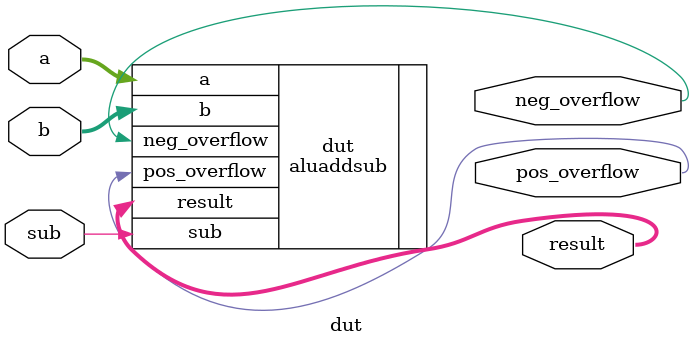
<source format=v>
`timescale 1ns/1ps
module dut (
    input           [31:0]  a,
    input           [31:0]  b,
    input                   sub,                  
    output signed   [31:0]  result,
    output                  pos_overflow,        
    output                  neg_overflow        
);
  aluaddsub dut (
    .a(a),
    .b(b),
    .sub(sub),
    .result(result),
    .pos_overflow(pos_overflow),
    .neg_overflow(neg_overflow)
  );
endmodule

</source>
